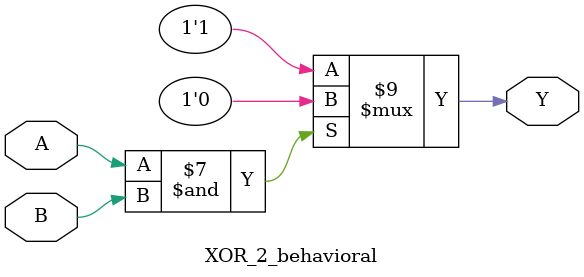
<source format=v>

module xor_gate_s(a,b,y);
input a,b;
output y;

xor(y,a,b);
                
endmodule


//EX-OR gate using data flow modeling
module xor_gate_d(a,b,y);
input a,b;
output y;

assign y = a ^ b;
                
endmodule


//EX-OR gate using behavioural modeling
module XOR_2_behavioral (output reg Y, input A, B);
always @ (A or B) begin
    if (A == 1'b0 & B == 1'b0) begin
        Y = 1'b0; 
   end   
   if (A == 1'b1 & B == 1'b1) begin
       Y = 1'b0; 
   end    
   else 
       Y = 1'b1; 
 end
endmodule

</source>
